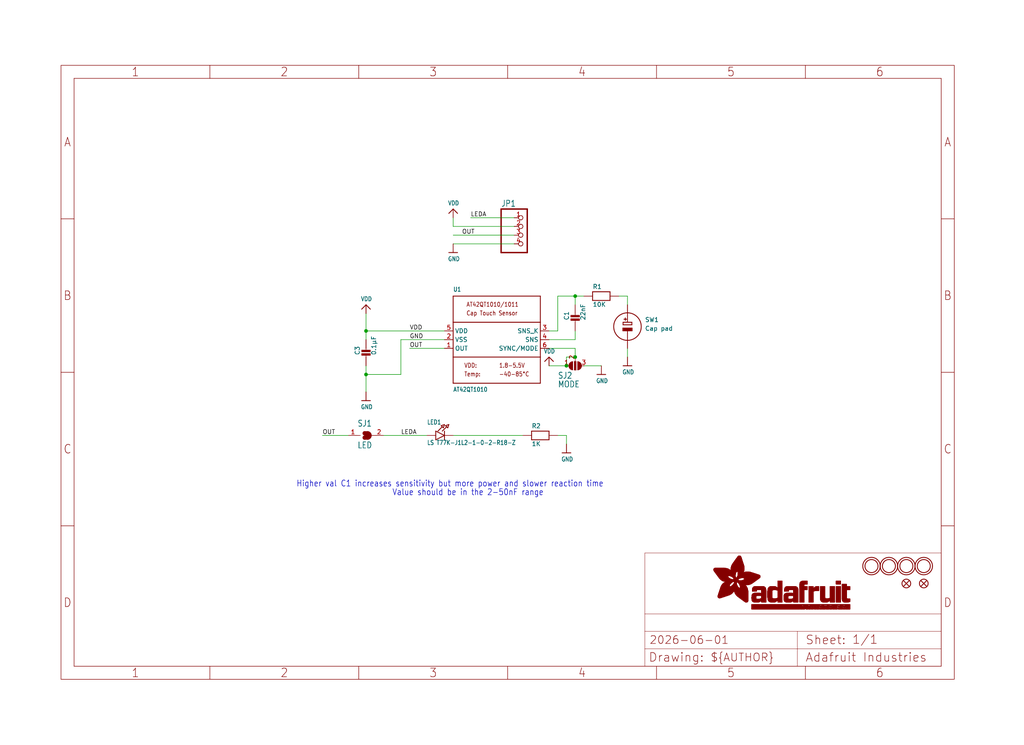
<source format=kicad_sch>
(kicad_sch (version 20230121) (generator eeschema)
  (paper "User" 298.45 217.322)
  (lib_symbols
    (symbol "working-eagle-import:AT42QT1010/1"
      (property "Reference" "U" (at -12.7 13.97 0))
      (symbol "AT42QT1010/1_1_0"
        (text "-40-85°C" (at 0.635 -10.795 0) (effects (font (size 1.27 1.0795)) (justify left bottom)))
        (text "1.8-5.5V" (at 0.635 -8.255 0) (effects (font (size 1.27 1.0795)) (justify left bottom)))
        (text "AT42QT1010/1011" (at -8.89 9.525 0) (effects (font (size 1.27 1.0795)) (justify left bottom)))
        (text "Cap Touch Sensor" (at -8.89 6.985 0) (effects (font (size 1.27 1.0795)) (justify left bottom)))
        (text "Temp:" (at -9.525 -10.795 0) (effects (font (size 1.27 1.0795)) (justify left bottom)))
        (text "VDD:" (at -9.525 -8.255 0) (effects (font (size 1.27 1.0795)) (justify left bottom)))
        (pin output line (at -15.24 -2.54 0) (length 2.54) (name "OUT") (number "1"))
        (pin power_in line (at -15.24 0 0) (length 2.54) (name "VSS") (number "2"))
        (pin bidirectional line (at 15.24 2.54 180) (length 2.54) (name "SNS_K") (number "3"))
        (pin bidirectional line (at 15.24 0 180) (length 2.54) (name "SNS") (number "4"))
        (pin power_in line (at -15.24 2.54 0) (length 2.54) (name "VDD") (number "5"))
        (pin input line (at 15.24 -2.54 180) (length 2.54) (name "SYNC/MODE") (number "6"))
      )
    )
    (symbol "working-eagle-import:CAP_CERAMIC_0805"
      (property "Reference" "C" (at -1.79 0.54 90))
      (symbol "CAP_CERAMIC_0805_1_0"
        (pin passive line (at 0 5.08 270) (length 2.54) (name "P$1") (number "1"))
        (pin passive line (at 0 -2.54 90) (length 2.54) (name "P$2") (number "2"))
      )
    )
    (symbol "working-eagle-import:FIDUCIAL{dblquote}{dblquote}")
    (symbol "working-eagle-import:FRAME_A4_ADAFRUIT"
      (symbol "FRAME_A4_ADAFRUIT_1_0"
        (text "${#}/${##}" (at 230.505 10.16 0) (effects (font (size 2.54 2.54)) (justify left bottom)))
        (text "${AUTHOR}" (at 189.23 5.08 0) (effects (font (size 2.286 2.286)) (justify left bottom)))
        (text "${CURRENT_DATE}" (at 171.45 10.16 0) (effects (font (size 2.286 2.286)) (justify left bottom)))
        (text "${PROJECTNAME}" (at 171.45 15.24 0) (effects (font (size 2.54 2.54)) (justify left bottom)))
        (text "1" (at 21.6958 1.905 0) (effects (font (size 2.54 2.286))))
        (text "1" (at 21.6958 177.165 0) (effects (font (size 2.54 2.286))))
        (text "2" (at 65.0875 1.905 0) (effects (font (size 2.54 2.286))))
        (text "2" (at 65.0875 177.165 0) (effects (font (size 2.54 2.286))))
        (text "3" (at 108.4792 1.905 0) (effects (font (size 2.54 2.286))))
        (text "3" (at 108.4792 177.165 0) (effects (font (size 2.54 2.286))))
        (text "4" (at 151.8708 1.905 0) (effects (font (size 2.54 2.286))))
        (text "4" (at 151.8708 177.165 0) (effects (font (size 2.54 2.286))))
        (text "5" (at 195.2625 1.905 0) (effects (font (size 2.54 2.286))))
        (text "5" (at 195.2625 177.165 0) (effects (font (size 2.54 2.286))))
        (text "6" (at 238.6542 1.905 0) (effects (font (size 2.54 2.286))))
        (text "6" (at 238.6542 177.165 0) (effects (font (size 2.54 2.286))))
        (text "A" (at 1.905 156.6863 0) (effects (font (size 2.54 2.286))))
        (text "A" (at 258.445 156.6863 0) (effects (font (size 2.54 2.286))))
        (text "Adafruit Industries" (at 216.916 4.953 0) (effects (font (size 2.54 2.54)) (justify left bottom)))
        (text "B" (at 1.905 111.9188 0) (effects (font (size 2.54 2.286))))
        (text "B" (at 258.445 111.9188 0) (effects (font (size 2.54 2.286))))
        (text "C" (at 1.905 67.1513 0) (effects (font (size 2.54 2.286))))
        (text "C" (at 258.445 67.1513 0) (effects (font (size 2.54 2.286))))
        (text "D" (at 1.905 22.3838 0) (effects (font (size 2.54 2.286))))
        (text "D" (at 258.445 22.3838 0) (effects (font (size 2.54 2.286))))
        (text "Drawing:" (at 171.196 4.953 0) (effects (font (size 2.54 2.54)) (justify left bottom)))
        (text "Sheet:" (at 216.916 10.033 0) (effects (font (size 2.54 2.54)) (justify left bottom)))
      )
    )
    (symbol "working-eagle-import:GND" (power)
      (property "Value" "GND" (at -1.524 -2.54 0))
      (symbol "GND_1_0"
        (pin power_in line (at 0 2.54 270) (length 2.54) (name "GND") (number "1"))
      )
    )
    (symbol "working-eagle-import:HEADER-1X476MIL"
      (property "Reference" "JP" (at -6.35 8.255 0))
      (symbol "HEADER-1X476MIL_1_0"
        (pin passive inverted (at -2.54 5.08 0) (length 2.54) (name "1") (number "1"))
        (pin passive inverted (at -2.54 2.54 0) (length 2.54) (name "2") (number "2"))
        (pin passive inverted (at -2.54 0 0) (length 2.54) (name "3") (number "3"))
        (pin passive inverted (at -2.54 -2.54 0) (length 2.54) (name "4") (number "4"))
      )
    )
    (symbol "working-eagle-import:LEDPLCC2_REV"
      (property "Reference" "LED" (at -5.08 3.175 0))
      (symbol "LEDPLCC2_REV_1_0"
        (pin passive line (at -5.08 0 0) (length 2.54) (name "A") (number "A"))
        (pin passive line (at 2.54 0 180) (length 2.54) (name "C") (number "K"))
      )
    )
    (symbol "working-eagle-import:MOUNTINGHOLE2.5")
    (symbol "working-eagle-import:RESISTOR_0805"
      (property "Reference" "R" (at -2.54 2.032 0))
      (symbol "RESISTOR_0805_1_0"
        (pin passive line (at -5.08 0 0) (length 2.54) (name "1") (number "1"))
        (pin passive line (at 5.08 0 180) (length 2.54) (name "2") (number "2"))
      )
    )
    (symbol "working-eagle-import:SOLDERJUMPERCLOSED"
      (property "Reference" "SJ" (at -2.54 2.54 0))
      (symbol "SOLDERJUMPERCLOSED_1_0"
        (pin passive line (at -5.08 0 0) (length 2.54) (name "1") (number "1"))
        (pin passive line (at 5.08 0 180) (length 2.54) (name "2") (number "2"))
      )
    )
    (symbol "working-eagle-import:SOLDERJUMPER_2WAY"
      (property "Reference" "SJ" (at -5.08 -3.81 0))
      (symbol "SOLDERJUMPER_2WAY_1_0"
        (pin passive line (at -2.54 0 0) (length 0) (name "1") (number "1"))
        (pin passive line (at 0 2.54 270) (length 0) (name "2") (number "2"))
        (pin passive line (at 2.54 0 180) (length 0) (name "3") (number "3"))
      )
    )
    (symbol "working-eagle-import:SWITCH_CAPTOUCHATMELAT42QT"
      (property "Reference" "SW" (at 5.08 0 0))
      (symbol "SWITCH_CAPTOUCHATMELAT42QT_1_0"
        (pin passive line (at 0 5.08 270) (length 5.08) (name "+") (number "E"))
        (pin passive line (at 0 -7.62 90) (length 5.08) (name "-") (number "G"))
      )
    )
    (symbol "working-eagle-import:VDD" (power)
      (property "Value" "VDD" (at -1.524 1.016 0))
      (symbol "VDD_1_0"
        (pin power_in line (at 0 -2.54 90) (length 2.54) (name "VDD") (number "1"))
      )
    )
  )
  (junction (at 167.64 104.14))
  (junction (at 167.64 86.36))
  (junction (at 106.68 109.22))
  (junction (at 165.1 106.68))
  (junction (at 106.68 96.52))
  (wire (pts (xy 106.68 109.22) (xy 106.68 114.3)) (stroke (width 0.1524)))
  (wire (pts (xy 106.68 96.52) (xy 106.68 91.44)) (stroke (width 0.1524)))
  (wire (pts (xy 116.84 99.06) (xy 116.84 109.22)) (stroke (width 0.1524)))
  (wire (pts (xy 167.64 104.14) (xy 165.1 104.14)) (stroke (width 0.1524)))
  (wire (pts (xy 132.08 66.04) (xy 132.08 63.5)) (stroke (width 0.1524)))
  (wire (pts (xy 101.6 127) (xy 93.98 127)) (stroke (width 0.1524)))
  (wire (pts (xy 167.64 88.9) (xy 167.64 86.36)) (stroke (width 0.1524)))
  (wire (pts (xy 149.86 68.58) (xy 132.08 68.58)) (stroke (width 0.1524)))
  (wire (pts (xy 106.68 96.52) (xy 106.68 99.06)) (stroke (width 0.1524)))
  (wire (pts (xy 106.68 106.68) (xy 106.68 109.22)) (stroke (width 0.1524)))
  (wire (pts (xy 182.88 86.36) (xy 182.88 88.9)) (stroke (width 0.1524)))
  (wire (pts (xy 167.64 101.6) (xy 167.64 104.14)) (stroke (width 0.1524)))
  (wire (pts (xy 160.02 106.68) (xy 165.1 106.68)) (stroke (width 0.1524)))
  (wire (pts (xy 180.34 86.36) (xy 182.88 86.36)) (stroke (width 0.1524)))
  (wire (pts (xy 165.1 127) (xy 165.1 129.54)) (stroke (width 0.1524)))
  (wire (pts (xy 129.54 99.06) (xy 116.84 99.06)) (stroke (width 0.1524)))
  (wire (pts (xy 160.02 96.52) (xy 162.56 96.52)) (stroke (width 0.1524)))
  (wire (pts (xy 111.76 127) (xy 124.46 127)) (stroke (width 0.1524)))
  (wire (pts (xy 132.08 127) (xy 152.4 127)) (stroke (width 0.1524)))
  (wire (pts (xy 149.86 66.04) (xy 132.08 66.04)) (stroke (width 0.1524)))
  (wire (pts (xy 167.64 86.36) (xy 170.18 86.36)) (stroke (width 0.1524)))
  (wire (pts (xy 162.56 86.36) (xy 167.64 86.36)) (stroke (width 0.1524)))
  (wire (pts (xy 137.16 63.5) (xy 149.86 63.5)) (stroke (width 0.1524)))
  (wire (pts (xy 160.02 101.6) (xy 167.64 101.6)) (stroke (width 0.1524)))
  (wire (pts (xy 116.84 109.22) (xy 106.68 109.22)) (stroke (width 0.1524)))
  (wire (pts (xy 165.1 104.14) (xy 165.1 106.68)) (stroke (width 0.1524)))
  (wire (pts (xy 167.64 99.06) (xy 167.64 96.52)) (stroke (width 0.1524)))
  (wire (pts (xy 182.88 101.6) (xy 182.88 104.14)) (stroke (width 0.1524)))
  (wire (pts (xy 160.02 99.06) (xy 167.64 99.06)) (stroke (width 0.1524)))
  (wire (pts (xy 162.56 96.52) (xy 162.56 86.36)) (stroke (width 0.1524)))
  (wire (pts (xy 162.56 127) (xy 165.1 127)) (stroke (width 0.1524)))
  (wire (pts (xy 129.54 96.52) (xy 106.68 96.52)) (stroke (width 0.1524)))
  (wire (pts (xy 132.08 71.12) (xy 149.86 71.12)) (stroke (width 0.1524)))
  (wire (pts (xy 129.54 101.6) (xy 119.38 101.6)) (stroke (width 0.1524)))
  (wire (pts (xy 175.26 106.68) (xy 170.18 106.68)) (stroke (width 0.1524)))
  (text "Higher val C1 increases sensitivity but more power and slower reaction time" (at 86.36 142.24 0) (effects (font (size 1.778 1.5113)) (justify left bottom)))
  (text "Value should be in the 2-50nF range" (at 114.3 144.78 0) (effects (font (size 1.778 1.5113)) (justify left bottom)))
  (label "LEDA" (at 116.84 127 0) (effects (font (size 1.2446 1.2446))))
  (label "OUT" (at 119.38 101.6 0) (effects (font (size 1.2446 1.2446))))
  (label "GND" (at 119.38 99.06 0) (effects (font (size 1.2446 1.2446))))
  (label "OUT" (at 134.62 68.58 0) (effects (font (size 1.2446 1.2446))))
  (label "OUT" (at 93.98 127 0) (effects (font (size 1.2446 1.2446))))
  (label "VDD" (at 119.38 96.52 0) (effects (font (size 1.2446 1.2446))))
  (label "LEDA" (at 137.16 63.5 0) (effects (font (size 1.2446 1.2446))))
  (symbol (lib_id "working-eagle-import:GND") (at 175.26 109.22 0) (unit 1)
    (property "Reference" "#U$13" (effects hide))
    (property "Value" "GND" (at 173.736 111.76 0) (effects (font (size 1.27 1.0795)) (justify left bottom)))
  )
  (symbol (lib_id "working-eagle-import:FIDUCIAL{dblquote}{dblquote}") (at 269.24 170.18 0) (unit 1)
    (property "Reference" "FID1" (effects hide))
    (property "Value" "FIDUCIAL{dblquote}{dblquote}" (effects hide))
    (property "Footprint" "working:FIDUCIAL_1MM" (effects hide))
  )
  (symbol (lib_id "working-eagle-import:FRAME_A4_ADAFRUIT") (at 17.78 198.12 0) (unit 1)
    (property "Reference" "#U$1" (effects hide))
    (property "Value" "FRAME_A4_ADAFRUIT" (effects hide))
  )
  (symbol (lib_id "working-eagle-import:FIDUCIAL{dblquote}{dblquote}") (at 264.16 170.18 0) (unit 1)
    (property "Reference" "FID2" (effects hide))
    (property "Value" "FIDUCIAL{dblquote}{dblquote}" (effects hide))
    (property "Footprint" "working:FIDUCIAL_1MM" (effects hide))
  )
  (symbol (lib_id "working-eagle-import:AT42QT1010/1") (at 144.78 99.06 0) (unit 1)
    (property "Reference" "U1" (at 132.08 85.09 0) (effects (font (size 1.27 1.0795)) (justify left bottom)))
    (property "Value" "AT42QT1010" (at 132.08 114.3 0) (effects (font (size 1.27 1.0795)) (justify left bottom)))
    (property "Footprint" "working:SOT23-6" (effects hide))
  )
  (symbol (lib_id "working-eagle-import:MOUNTINGHOLE2.5") (at 259.08 165.1 0) (unit 1)
    (property "Reference" "U$6" (effects hide))
    (property "Value" "MOUNTINGHOLE2.5" (effects hide))
    (property "Footprint" "working:MOUNTINGHOLE_2.5_PLATED" (effects hide))
  )
  (symbol (lib_id "working-eagle-import:RESISTOR_0805") (at 175.26 86.36 0) (unit 1)
    (property "Reference" "R1" (at 172.72 84.328 0) (effects (justify left bottom)))
    (property "Value" "10K" (at 172.72 89.535 0) (effects (justify left bottom)))
    (property "Footprint" "working:_0805" (effects hide))
  )
  (symbol (lib_id "working-eagle-import:SOLDERJUMPER_2WAY") (at 167.64 106.68 0) (unit 1)
    (property "Reference" "SJ2" (at 162.56 110.49 0) (effects (font (size 1.778 1.5113)) (justify left bottom)))
    (property "Value" "MODE" (at 162.56 113.03 0) (effects (font (size 1.778 1.5113)) (justify left bottom)))
    (property "Footprint" "working:SOLDERJUMPER_2WAY_OPEN_NOPASTE" (effects hide))
  )
  (symbol (lib_id "working-eagle-import:CAP_CERAMIC_0805") (at 106.68 104.14 0) (unit 1)
    (property "Reference" "C3" (at 104.89 103.6 90) (effects (justify left bottom)))
    (property "Value" "0.1µF" (at 109.68 103.6 90) (effects (justify left bottom)))
    (property "Footprint" "working:_0805" (effects hide))
  )
  (symbol (lib_id "working-eagle-import:VDD") (at 106.68 88.9 0) (unit 1)
    (property "Reference" "#U$4" (effects hide))
    (property "Value" "VDD" (at 105.156 87.884 0) (effects (font (size 1.27 1.0795)) (justify left bottom)))
  )
  (symbol (lib_id "working-eagle-import:VDD") (at 160.02 104.14 0) (unit 1)
    (property "Reference" "#U$14" (effects hide))
    (property "Value" "VDD" (at 158.496 103.124 0) (effects (font (size 1.27 1.0795)) (justify left bottom)))
  )
  (symbol (lib_id "working-eagle-import:GND") (at 132.08 73.66 0) (unit 1)
    (property "Reference" "#U$8" (effects hide))
    (property "Value" "GND" (at 130.556 76.2 0) (effects (font (size 1.27 1.0795)) (justify left bottom)))
  )
  (symbol (lib_id "working-eagle-import:HEADER-1X476MIL") (at 152.4 68.58 0) (unit 1)
    (property "Reference" "JP1" (at 146.05 60.325 0) (effects (font (size 1.778 1.5113)) (justify left bottom)))
    (property "Value" "HEADER-1X476MIL" (effects hide))
    (property "Footprint" "working:1X04_ROUND_76" (effects hide))
  )
  (symbol (lib_id "working-eagle-import:LEDPLCC2_REV") (at 129.54 127 0) (unit 1)
    (property "Reference" "LED1" (at 124.46 123.825 0) (effects (font (size 1.27 1.0795)) (justify left bottom)))
    (property "Value" "LS T77K-J1L2-1-0-2-R18-Z" (at 124.46 129.794 0) (effects (font (size 1.27 1.0795)) (justify left bottom)))
    (property "Footprint" "working:PLCC2_REVMOUNT" (effects hide))
  )
  (symbol (lib_id "working-eagle-import:MOUNTINGHOLE2.5") (at 264.16 165.1 0) (unit 1)
    (property "Reference" "U$10" (effects hide))
    (property "Value" "MOUNTINGHOLE2.5" (effects hide))
    (property "Footprint" "working:MOUNTINGHOLE_2.5_PLATED" (effects hide))
  )
  (symbol (lib_id "working-eagle-import:GND") (at 182.88 106.68 0) (unit 1)
    (property "Reference" "#U$2" (effects hide))
    (property "Value" "GND" (at 181.356 109.22 0) (effects (font (size 1.27 1.0795)) (justify left bottom)))
  )
  (symbol (lib_id "working-eagle-import:MOUNTINGHOLE2.5") (at 269.24 165.1 0) (unit 1)
    (property "Reference" "U$9" (effects hide))
    (property "Value" "MOUNTINGHOLE2.5" (effects hide))
    (property "Footprint" "working:MOUNTINGHOLE_2.5_PLATED" (effects hide))
  )
  (symbol (lib_id "working-eagle-import:SOLDERJUMPERCLOSED") (at 106.68 127 0) (unit 1)
    (property "Reference" "SJ1" (at 104.14 124.46 0) (effects (font (size 1.778 1.5113)) (justify left bottom)))
    (property "Value" "LED" (at 104.14 130.81 0) (effects (font (size 1.778 1.5113)) (justify left bottom)))
    (property "Footprint" "working:SOLDERJUMPER_CLOSEDWIRE" (effects hide))
  )
  (symbol (lib_id "working-eagle-import:GND") (at 165.1 132.08 0) (unit 1)
    (property "Reference" "#U$5" (effects hide))
    (property "Value" "GND" (at 163.576 134.62 0) (effects (font (size 1.27 1.0795)) (justify left bottom)))
  )
  (symbol (lib_id "working-eagle-import:SWITCH_CAPTOUCHATMELAT42QT") (at 182.88 93.98 0) (unit 1)
    (property "Reference" "SW1" (at 187.96 93.98 0) (effects (justify left bottom)))
    (property "Value" "Cap pad" (at 187.96 96.52 0) (effects (justify left bottom)))
    (property "Footprint" "working:CAPTOUCH_SIMPLE_12.5MM" (effects hide))
  )
  (symbol (lib_id "working-eagle-import:RESISTOR_0805") (at 157.48 127 0) (unit 1)
    (property "Reference" "R2" (at 154.94 124.968 0) (effects (justify left bottom)))
    (property "Value" "1K" (at 154.94 130.175 0) (effects (justify left bottom)))
    (property "Footprint" "working:_0805" (effects hide))
  )
  (symbol (lib_id "working-eagle-import:CAP_CERAMIC_0805") (at 167.64 93.98 0) (unit 1)
    (property "Reference" "C1" (at 165.85 93.44 90) (effects (justify left bottom)))
    (property "Value" "22nF" (at 170.64 93.44 90) (effects (justify left bottom)))
    (property "Footprint" "working:_0805" (effects hide))
  )
  (symbol (lib_id "working-eagle-import:VDD") (at 132.08 60.96 0) (unit 1)
    (property "Reference" "#U$7" (effects hide))
    (property "Value" "VDD" (at 130.556 59.944 0) (effects (font (size 1.27 1.0795)) (justify left bottom)))
  )
  (symbol (lib_id "working-eagle-import:MOUNTINGHOLE2.5") (at 254 165.1 0) (unit 1)
    (property "Reference" "U$11" (effects hide))
    (property "Value" "MOUNTINGHOLE2.5" (effects hide))
    (property "Footprint" "working:MOUNTINGHOLE_2.5_PLATED" (effects hide))
  )
  (symbol (lib_id "working-eagle-import:GND") (at 106.68 116.84 0) (unit 1)
    (property "Reference" "#U$3" (effects hide))
    (property "Value" "GND" (at 105.156 119.38 0) (effects (font (size 1.27 1.0795)) (justify left bottom)))
  )
)
</source>
